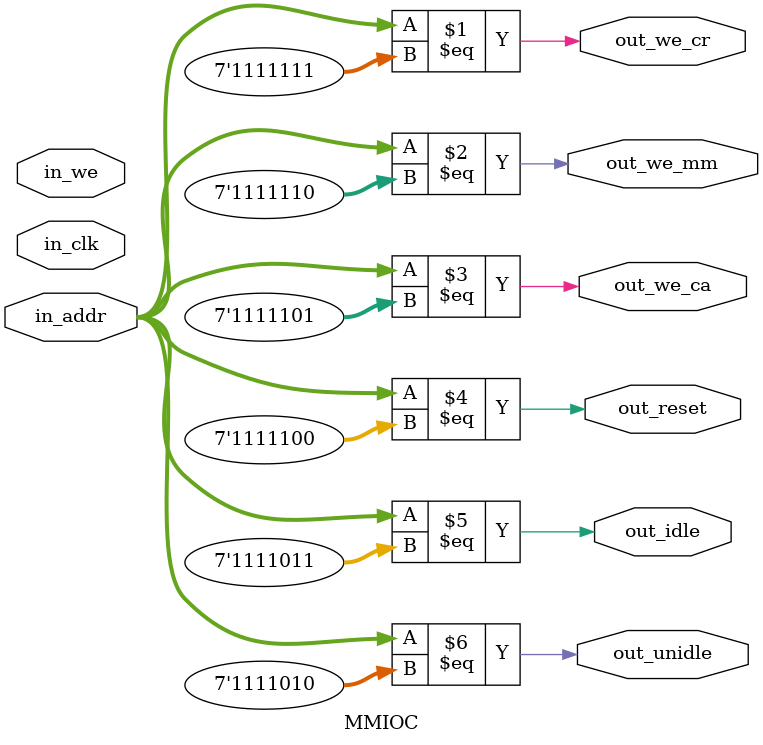
<source format=v>
module MMIOC(in_clk, in_we, in_addr, out_we_cr, out_we_mm, out_we_ca, out_reset, out_idle, out_unidle);

	input wire in_clk, in_we;
	input wire [6:0] in_addr;
	output wire out_we_cr;
	output wire out_we_mm;
	output wire out_we_ca;
	output wire out_reset;
	output wire out_idle;
	output wire out_unidle;
	
	assign out_we_cr = in_addr == 127;
	assign out_we_mm = in_addr == 126;
	assign out_we_ca = in_addr == 125;
	assign out_reset = in_addr == 124;
	assign out_idle = in_addr == 123;
	assign out_unidle = in_addr == 122;
	
endmodule

</source>
